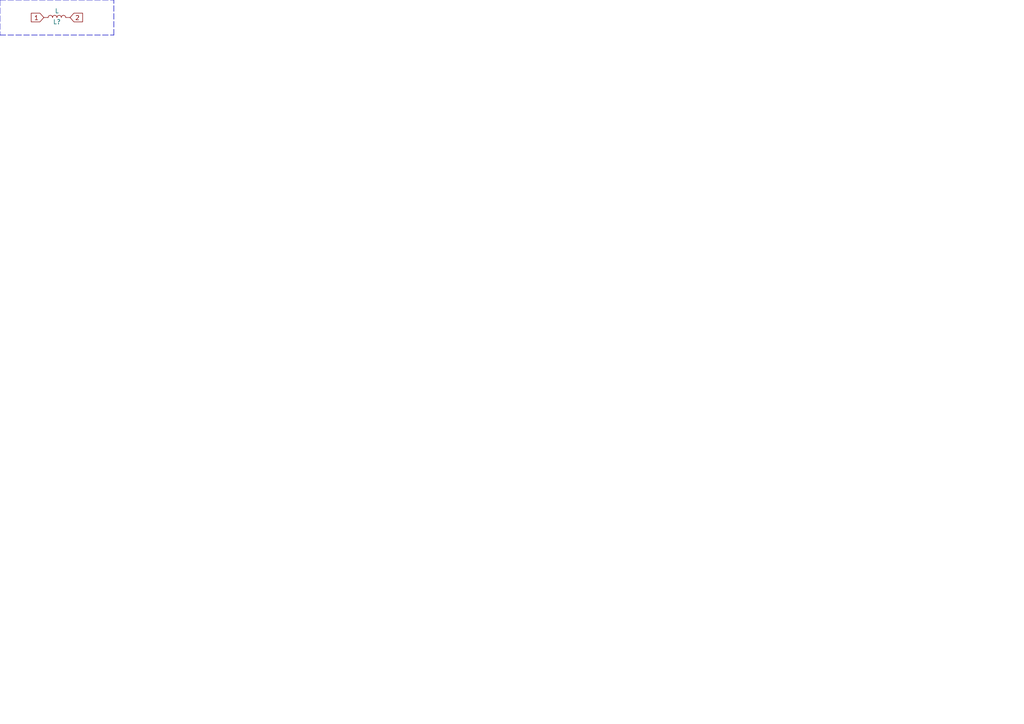
<source format=kicad_sch>
(kicad_sch (version 20201015) (generator eeschema)
  (paper "A4")
  (lib_symbols
    (symbol "Device:L" (pin_numbers hide) (pin_names (offset 1.016) hide)
      (property "Reference" "L" (at -1.27 0 90))
      (property "Value" "L" (at 1.905 0 90))
      (symbol "L_0_1"
        (arc (start 0 -2.54) (end 0 -1.27) (radius (at 0 -1.905) (length 0.635) (angles -89.9 89.9)))
        (arc (start 0 -1.27) (end 0 0) (radius (at 0 -0.635) (length 0.635) (angles -89.9 89.9)))
        (arc (start 0 0) (end 0 1.27) (radius (at 0 0.635) (length 0.635) (angles -89.9 89.9)))
        (arc (start 0 1.27) (end 0 2.54) (radius (at 0 1.905) (length 0.635) (angles -89.9 89.9)))
      )
      (symbol "L_1_1"
        (pin passive line (at 0 3.81 270) (length 1.27) (name "1") (number "1"))
        (pin passive line (at 0 -3.81 90) (length 1.27) (name "2") (number "2"))
      )
    )
  )
  (polyline (pts (xy 0 0) (xy 0 10.16)) (stroke (width 0) (type dash)))
  (polyline (pts (xy 0 0) (xy 33.02 0)) (stroke (width 0) (type dash)))
  (polyline (pts (xy 0 10.16) (xy 33.02 10.16)) (stroke (width 0) (type dash)))
  (polyline (pts (xy 33.02 10.16) (xy 33.02 0)) (stroke (width 0) (type dash)))
  (text "D L\\d+\nF .*\nV .*" (at 0 0 0) (effects (font (size 1.27 1.27)) (justify left bottom)))
  (global_label "1" (shape input) (at 12.7 5.08 180) (property "Intersheet References" "${INTERSHEET_REFS}" (effects hide)))
  (global_label "2" (shape input) (at 20.32 5.08 0) (property "Intersheet References" "${INTERSHEET_REFS}" (effects hide)))
  (symbol (lib_id "Device:L") (at 16.51 5.08 90) (unit 1)
    (property "Reference" "L?" (at 16.51 6.35 90))
    (property "Value" "L" (at 16.51 3.175 90))
  )
)
</source>
